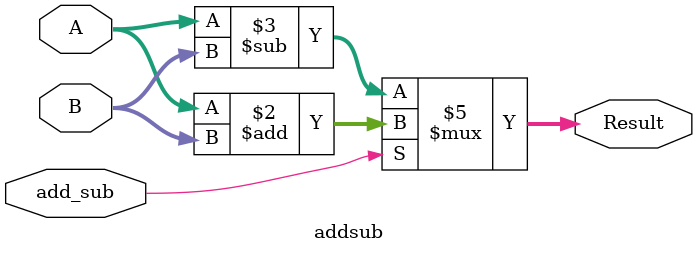
<source format=sv>
module addsub(A,B,add_sub,Result);

    input logic [15:0]A,B;
    input logic add_sub;
    output logic [15:0]Result;

    always_comb

    if (add_sub) Result=A+B;
    else Result=A-B;

endmodule

</source>
